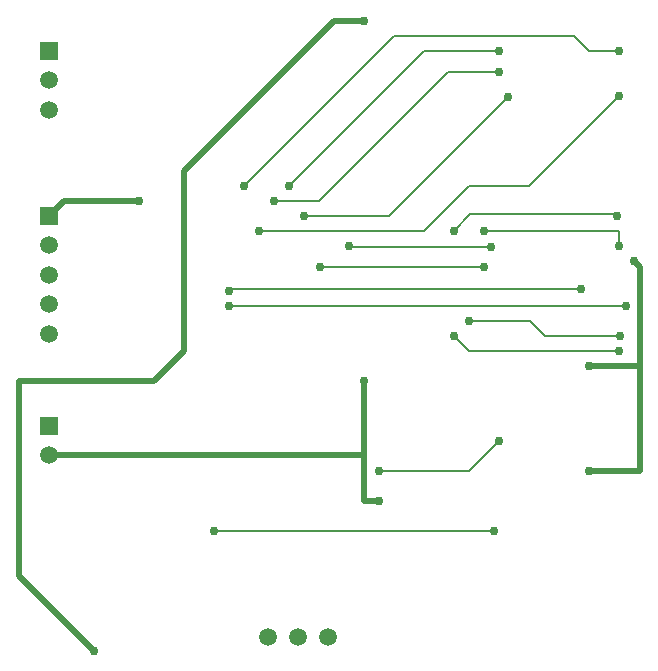
<source format=gbr>
G04 EAGLE Gerber RS-274X export*
G75*
%MOMM*%
%FSLAX34Y34*%
%LPD*%
%INBottom Copper*%
%IPPOS*%
%AMOC8*
5,1,8,0,0,1.08239X$1,22.5*%
G01*
%ADD10R,1.508000X1.508000*%
%ADD11C,1.508000*%
%ADD12C,0.508000*%
%ADD13C,0.756400*%
%ADD14C,0.203200*%


D10*
X76200Y215900D03*
D11*
X76200Y190900D03*
X76200Y483400D03*
X76200Y508400D03*
D10*
X76200Y533400D03*
D11*
X76200Y293700D03*
X76200Y318700D03*
X76200Y343700D03*
X76200Y368700D03*
D10*
X76200Y393700D03*
D11*
X261620Y36830D03*
X287020Y36830D03*
X312420Y36830D03*
D12*
X76200Y393700D02*
X88900Y406400D01*
X152400Y406400D01*
D13*
X152400Y406400D03*
X355600Y152400D03*
X342900Y254000D03*
D12*
X342900Y190500D01*
X342900Y152400D01*
X355600Y152400D01*
X342500Y190900D02*
X76200Y190900D01*
X342500Y190900D02*
X342900Y190500D01*
D13*
X533400Y177800D03*
D12*
X576580Y177800D01*
X576580Y266700D01*
D13*
X114300Y25400D03*
D12*
X50800Y88900D01*
X50800Y254000D01*
D13*
X342900Y558800D03*
X533400Y266700D03*
D12*
X576580Y266700D01*
D13*
X571500Y355600D03*
D12*
X576580Y350520D01*
X576580Y266700D01*
X165100Y254000D02*
X50800Y254000D01*
X165100Y254000D02*
X190500Y279400D01*
X190500Y431800D01*
X317500Y558800D01*
X342900Y558800D01*
D13*
X292100Y393700D03*
D14*
X364490Y393700D02*
X464820Y494030D01*
X364490Y393700D02*
X292100Y393700D01*
D13*
X464820Y494030D03*
X266700Y406400D03*
D14*
X304800Y406400D02*
X414020Y515620D01*
X304800Y406400D02*
X266700Y406400D01*
X414020Y515620D02*
X457200Y515620D01*
D13*
X457200Y515620D03*
X279400Y419100D03*
D14*
X393700Y533400D02*
X457200Y533400D01*
X393700Y533400D02*
X279400Y419100D01*
D13*
X457200Y533400D03*
X453390Y127000D03*
D14*
X215900Y127000D01*
D13*
X215900Y127000D03*
X355600Y177800D03*
D14*
X431800Y177800D02*
X457200Y203200D01*
X431800Y177800D02*
X355600Y177800D01*
D13*
X457200Y203200D03*
X444500Y350520D03*
D14*
X306070Y350520D01*
D13*
X306070Y350520D03*
X450850Y367030D03*
D14*
X331470Y367030D01*
X330200Y368300D01*
D13*
X330200Y368300D03*
X558800Y368300D03*
D14*
X558800Y381000D01*
X444500Y381000D01*
D13*
X444500Y381000D03*
X557530Y393700D03*
D14*
X556260Y394970D01*
X433070Y394970D02*
X419100Y381000D01*
X433070Y394970D02*
X556260Y394970D01*
D13*
X419100Y381000D03*
X431800Y304800D03*
D14*
X483870Y304800D01*
X496570Y292100D01*
X560070Y292100D01*
D13*
X560070Y292100D03*
X558800Y279400D03*
D14*
X431800Y279400D01*
X419100Y292100D01*
D13*
X419100Y292100D03*
X565150Y317500D03*
D14*
X228600Y317500D01*
D13*
X228600Y317500D03*
X527050Y331470D03*
X228600Y330200D03*
D14*
X229870Y331470D02*
X527050Y331470D01*
X229870Y331470D02*
X228600Y330200D01*
D13*
X254000Y381000D03*
D14*
X482600Y419100D02*
X558800Y495300D01*
X482600Y419100D02*
X431800Y419100D01*
X393700Y381000D01*
X254000Y381000D01*
D13*
X558800Y495300D03*
X558800Y533400D03*
D14*
X533400Y533400D01*
X520700Y546100D01*
X368300Y546100D01*
X241300Y419100D01*
D13*
X241300Y419100D03*
M02*

</source>
